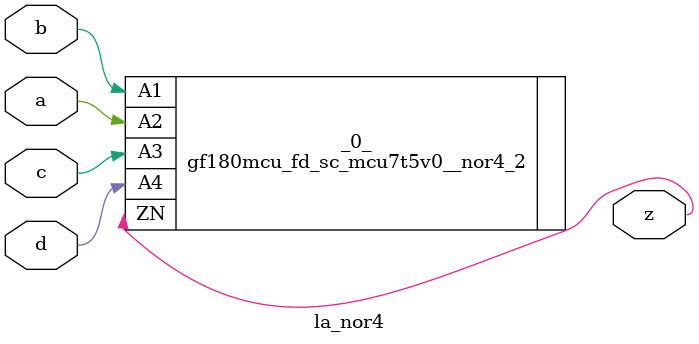
<source format=v>
/* Generated by Yosys 0.37 (git sha1 a5c7f69ed, clang 14.0.0-1ubuntu1.1 -fPIC -Os) */

module la_nor4(a, b, c, d, z);
  input a;
  wire a;
  input b;
  wire b;
  input c;
  wire c;
  input d;
  wire d;
  output z;
  wire z;
  gf180mcu_fd_sc_mcu7t5v0__nor4_2 _0_ (
    .A1(b),
    .A2(a),
    .A3(c),
    .A4(d),
    .ZN(z)
  );
endmodule

</source>
